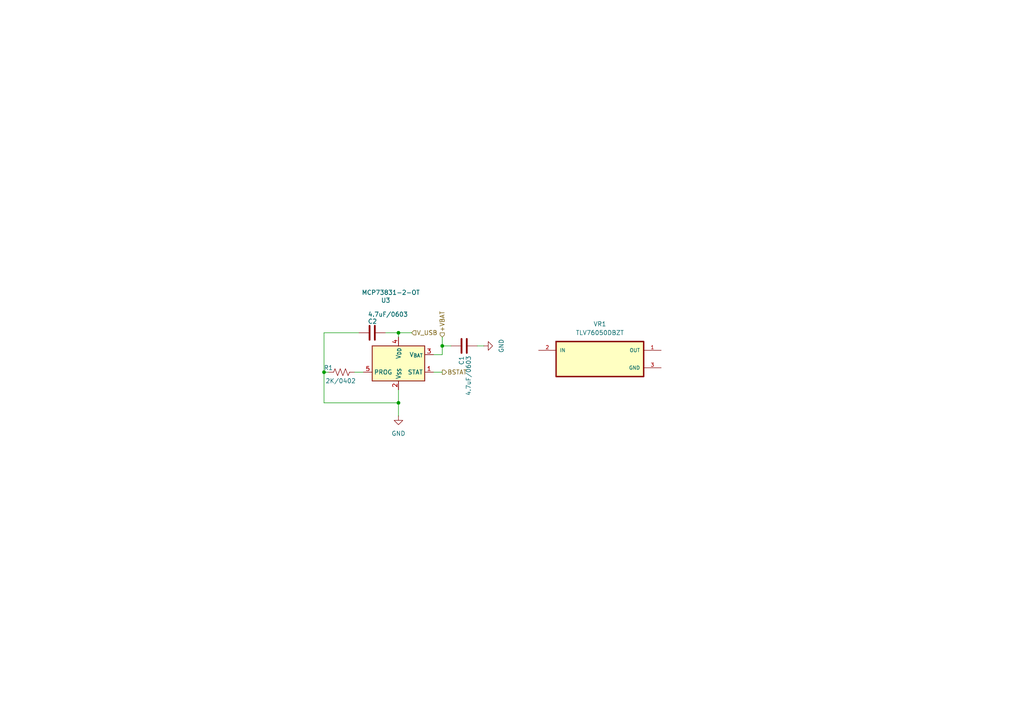
<source format=kicad_sch>
(kicad_sch (version 20231120) (generator "eeschema") (generator_version "8.0")
  (paper "A4")
  (lib_symbols
    (symbol "3.3v_ldo_sot23-3:TLV76050DBZT" (pin_names (offset 1.016))
      (property "Reference" "VR" (at -12.7 6.08 0))
      (property "Value" "TLV76050DBZT" (at -12.7 -9.08 0))
      (symbol "TLV76050DBZT_0_0"
        (rectangle (start -12.7 -5.08) (end 12.7 5.08) (stroke (width 0.41)) (fill (type background)))
        (pin output line (at 17.78 2.54 180) (length 5.08) (name "OUT") (number "1"))
        (pin input line (at -17.78 2.54 0) (length 5.08) (name "IN") (number "2"))
        (pin power_in line (at 17.78 -2.54 180) (length 5.08) (name "GND") (number "3"))
      )
    )
    (symbol "Battery_Management:MCP73831-2-OT"
      (property "Reference" "U" (at -7.62 6.35 0))
      (property "Value" "MCP73831-2-OT" (at 1.27 6.35 0))
      (symbol "MCP73831-2-OT_0_1"
        (rectangle (start -7.62 5.08) (end 7.62 -5.08) (stroke (width 0.254)) (fill (type background)))
      )
      (symbol "MCP73831-2-OT_1_1"
        (pin tri_state line (at 10.16 -2.54 180) (length 2.54) (name "STAT") (number "1"))
        (pin power_in line (at 0 -7.62 90) (length 2.54) (name "V_{SS}") (number "2"))
        (pin power_out line (at 10.16 2.54 180) (length 2.54) (name "V_{BAT}") (number "3"))
        (pin power_in line (at 0 7.62 270) (length 2.54) (name "V_{DD}") (number "4"))
        (pin input line (at -10.16 -2.54 0) (length 2.54) (name "PROG") (number "5"))
      )
    )
    (symbol "Device:C" (pin_numbers hide) (pin_names (offset 0.254))
      (property "Reference" "C" (at 0.635 2.54 0))
      (property "Value" "C" (at 0.635 -2.54 0))
      (symbol "C_0_1"
        (polyline (pts (xy -2.032 -0.762) (xy 2.032 -0.762)) (stroke (width 0.508)))
        (polyline (pts (xy -2.032 0.762) (xy 2.032 0.762)) (stroke (width 0.508)))
      )
      (symbol "C_1_1"
        (pin passive line (at 0 3.81 270) (length 2.794) (name "~") (number "1"))
        (pin passive line (at 0 -3.81 90) (length 2.794) (name "~") (number "2"))
      )
    )
    (symbol "Device:R_US" (pin_numbers hide) (pin_names (offset 0))
      (property "Reference" "R" (at 2.54 0 90))
      (property "Value" "R_US" (at -2.54 0 90))
      (symbol "R_US_0_1"
        (polyline (pts (xy 0 -2.286) (xy 0 -2.54)))
        (polyline (pts (xy 0 2.286) (xy 0 2.54)))
        (polyline (pts (xy 0 -0.762) (xy 1.016 -1.143) (xy 0 -1.524) (xy -1.016 -1.905) (xy 0 -2.286)))
        (polyline (pts (xy 0 0.762) (xy 1.016 0.381) (xy 0 0) (xy -1.016 -0.381) (xy 0 -0.762)))
        (polyline (pts (xy 0 2.286) (xy 1.016 1.905) (xy 0 1.524) (xy -1.016 1.143) (xy 0 0.762)))
      )
      (symbol "R_US_1_1"
        (pin passive line (at 0 3.81 270) (length 1.27) (name "~") (number "1"))
        (pin passive line (at 0 -3.81 90) (length 1.27) (name "~") (number "2"))
      )
    )
    (symbol "power:GND" (power) (pin_numbers hide) (pin_names (offset 0) hide)
      (property "Value" "GND" (at 0 -3.81 0))
      (symbol "GND_0_1"
        (polyline (pts (xy 0 0) (xy 0 -1.27) (xy 1.27 -1.27) (xy 0 -2.54) (xy -1.27 -1.27) (xy 0 -1.27)))
      )
      (symbol "GND_1_1"
        (pin power_in line (at 0 0 270) (length 0) (name "~") (number "1"))
      )
    )
  )
  (junction (at 115.57 96.52))
  (junction (at 115.57 116.84))
  (junction (at 93.98 107.95))
  (junction (at 128.27 100.33))
  (wire (pts (xy 128.27 100.33) (xy 130.81 100.33)))
  (wire (pts (xy 115.57 97.79) (xy 115.57 96.52)))
  (wire (pts (xy 128.27 97.79) (xy 128.27 100.33)))
  (wire (pts (xy 115.57 113.03) (xy 115.57 116.84)))
  (wire (pts (xy 102.87 107.95) (xy 105.41 107.95)))
  (wire (pts (xy 93.98 107.95) (xy 93.98 116.84)))
  (wire (pts (xy 128.27 102.87) (xy 125.73 102.87)))
  (wire (pts (xy 115.57 96.52) (xy 119.38 96.52)))
  (wire (pts (xy 93.98 107.95) (xy 95.25 107.95)))
  (wire (pts (xy 93.98 96.52) (xy 93.98 107.95)))
  (wire (pts (xy 138.43 100.33) (xy 140.335 100.33)))
  (wire (pts (xy 128.27 107.95) (xy 125.73 107.95)))
  (wire (pts (xy 104.14 96.52) (xy 93.98 96.52)))
  (wire (pts (xy 115.57 96.52) (xy 111.76 96.52)))
  (wire (pts (xy 93.98 116.84) (xy 115.57 116.84)))
  (wire (pts (xy 115.57 116.84) (xy 115.57 120.65)))
  (wire (pts (xy 128.27 100.33) (xy 128.27 102.87)))
  (hierarchical_label "BSTAT" (shape output) (at 128.27 107.95 0))
  (hierarchical_label "V_USB" (shape input) (at 119.38 96.52 0))
  (hierarchical_label "+VBAT" (shape input) (at 128.27 97.79 90))
  (symbol (lib_id "power:GND") (at 140.335 100.33 90) (unit 1)
    (property "Reference" "#PWR01" (effects (hide yes)))
    (property "Value" "GND" (at 145.415 100.33 0))
    (property "Description" "Power symbol creates a global label with name \"GND\" , ground" (effects (hide yes)))
  )
  (symbol (lib_id "Battery_Management:MCP73831-2-OT") (at 115.57 105.41 0) (unit 1)
    (property "Reference" "U3" (at 110.49 87.122 0) (effects (justify left)))
    (property "Value" "MCP73831-2-OT" (at 104.902 84.836 0) (effects (justify left)))
    (property "Footprint" "Package_TO_SOT_SMD:SOT-23-5_HandSoldering" (effects (hide yes)))
    (property "Datasheet" "http://ww1.microchip.com/downloads/en/DeviceDoc/20001984g.pdf" (effects (hide yes)))
    (property "Description" "Single cell, Li-Ion/Li-Po charge management controller, 4.20V, Tri-State Status Output, in SOT23-5 package" (effects (hide yes)))
  )
  (symbol (lib_id "3.3v_ldo_sot23-3:TLV76050DBZT") (at 173.99 104.14 0) (unit 1)
    (property "Reference" "VR1" (at 173.99 93.98 0))
    (property "Value" "TLV76050DBZT" (at 173.99 96.52 0))
    (property "Footprint" "3.3v_ldo_sot23-3:SOT95P237X112-3N" (effects (hide yes)))
    (property "MF" "Texas Instruments" (effects (hide yes)))
    (property "Description_1" "\n                        \n                            100-mA, 30-V, low-dropout voltage regulator\n                        \n" (effects (hide yes)))
    (property "Package" "SOT-23-3 Texas Instruments" (effects (hide yes)))
    (property "Price" "None" (effects (hide yes)))
    (property "SnapEDA_Link" "https://www.snapeda.com/parts/TLV76050DBZT/Texas+Instruments/view-part/?ref=snap" (effects (hide yes)))
    (property "MP" "TLV76050DBZT" (effects (hide yes)))
    (property "Availability" "In Stock" (effects (hide yes)))
    (property "Check_prices" "https://www.snapeda.com/parts/TLV76050DBZT/Texas+Instruments/view-part/?ref=eda" (effects (hide yes)))
  )
  (symbol (lib_id "Device:C") (at 134.62 100.33 90) (unit 1)
    (property "Reference" "C1" (at 133.858 105.918 0) (effects (justify left)))
    (property "Value" "4.7uF/0603" (at 135.89 108.966 0))
    (property "Footprint" "Capacitor_SMD:C_0603_1608Metric" (effects (hide yes)))
    (property "Description" "Unpolarized capacitor" (effects (hide yes)))
    (property "Display" "?F" (effects (hide yes)))
    (property "Package" "0603" (effects (hide yes)))
  )
  (symbol (lib_id "Device:R_US") (at 99.06 107.95 270) (unit 1)
    (property "Reference" "R1" (at 95.25 106.68 90))
    (property "Value" "2K/0402" (at 98.806 110.49 90))
    (property "Footprint" "Resistor_SMD:R_0402_1005Metric" (effects (hide yes)))
    (property "Description" "Resistor, US symbol" (effects (hide yes)))
    (property "Package" "0402" (effects (hide yes)))
  )
  (symbol (lib_id "power:GND") (at 115.57 120.65 0) (unit 1)
    (property "Reference" "#PWR02" (effects (hide yes)))
    (property "Value" "GND" (at 115.57 125.73 0))
    (property "Description" "Power symbol creates a global label with name \"GND\" , ground" (effects (hide yes)))
  )
  (symbol (lib_id "Device:C") (at 107.95 96.52 270) (unit 1)
    (property "Reference" "C2" (at 106.68 93.218 90) (effects (justify left)))
    (property "Value" "4.7uF/0603" (at 112.522 91.186 90))
    (property "Footprint" "Capacitor_SMD:C_0603_1608Metric" (effects (hide yes)))
    (property "Description" "Unpolarized capacitor" (effects (hide yes)))
    (property "Display" "?F" (effects (hide yes)))
    (property "Package" "0603" (effects (hide yes)))
  )
)
</source>
